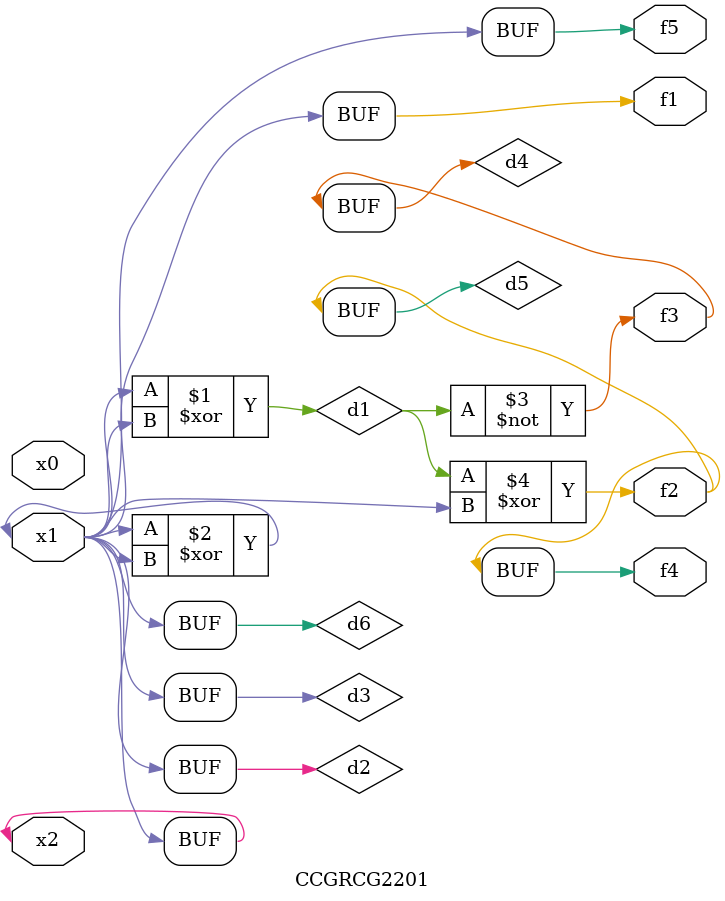
<source format=v>
module CCGRCG2201(
	input x0, x1, x2,
	output f1, f2, f3, f4, f5
);

	wire d1, d2, d3, d4, d5, d6;

	xor (d1, x1, x2);
	buf (d2, x1, x2);
	xor (d3, x1, x2);
	nor (d4, d1);
	xor (d5, d1, d2);
	buf (d6, d2, d3);
	assign f1 = d6;
	assign f2 = d5;
	assign f3 = d4;
	assign f4 = d5;
	assign f5 = d6;
endmodule

</source>
